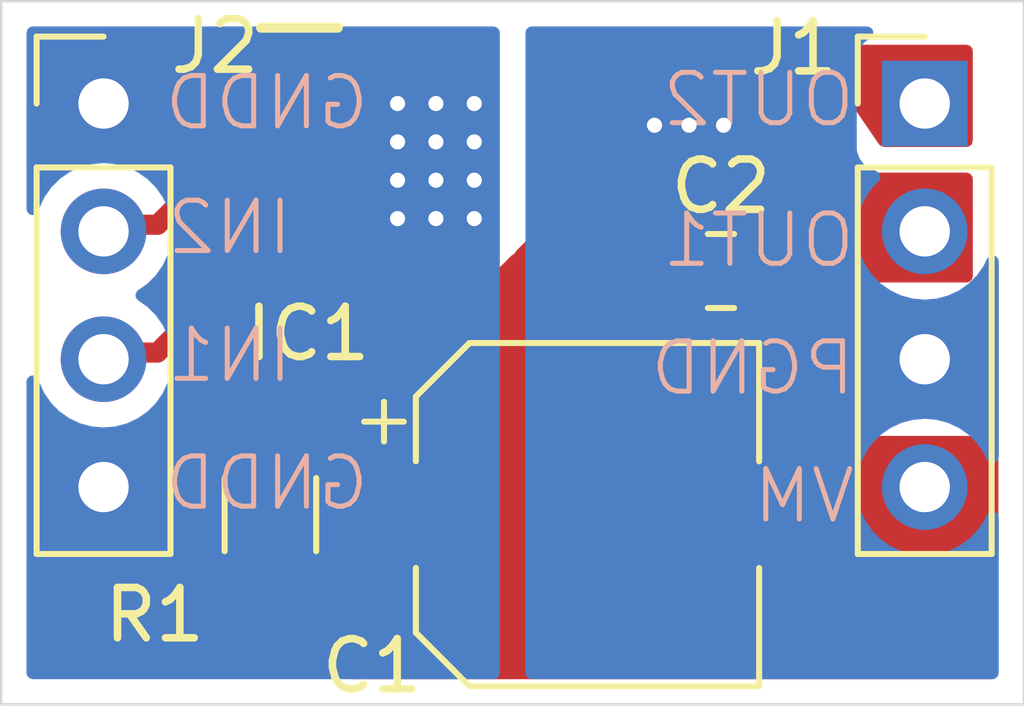
<source format=kicad_pcb>
(kicad_pcb (version 20240108) (generator "pcbnew") (generator_version "8.0")
  (title_block (title "Model Train Control - HBridge") (date "2024-03-02") (rev "1"))
  (layers (0 "F.Cu" signal) (31 "B.Cu" signal) (34 "B.Paste" user) (35 "F.Paste" user) (36 "B.SilkS" user "B.Silkscreen") (37 "F.SilkS" user "F.Silkscreen") (38 "B.Mask" user) (39 "F.Mask" user) (44 "Edge.Cuts" user))
  (net 0 "")
  (net 1 "VM")
  (net 2 "PGND")
  (net 3 "IN1")
  (net 4 "IN2")
  (net 5 "GNDD")
  (net 6 "OUT1")
  (net 7 "Net-(IC1-ILIM)")
  (net 8 "OUT2")
  (footprint "Capacitor_SMD:C_0805_2012Metric_Pad1.18x1.45mm_HandSolder" (layer "F.Cu") (at 87.4522 56.6674)
    (property "Reference" "C2" (at 0 -1.68 0) (layer "F.SilkS"))
    (property "Value" "0.1uF, 50V" (hide yes))
    (fp_line (start -0.261252 -0.735) (end 0.261252 -0.735) (stroke (width 0.12)) (layer "F.SilkS"))
    (fp_line (start -0.261252 0.735) (end 0.261252 0.735) (stroke (width 0.12)) (layer "F.SilkS"))
    (pad "1" smd roundrect (at -1.0375 0) (size 1.175 1.45) (layers "F.Cu" "F.Paste" "F.Mask") (roundrect_rratio 0.212766) (net 1 "VM"))
    (pad "2" smd roundrect (at 1.0375 0) (size 1.175 1.45) (layers "F.Cu" "F.Paste" "F.Mask") (roundrect_rratio 0.212766) (net 2 "PGND"))
  )
  (footprint "Resistor_SMD:R_1206_3216Metric_Pad1.30x1.75mm_HandSolder" (layer "F.Cu") (at 78.5 61.508 -90)
    (property "Reference" "R1" (at 1.991999 2.299999 180) (layer "F.SilkS"))
    (property "Value" "30k" (hide yes))
    (fp_line (start -0.727064 0.91) (end 0.727064 0.91) (stroke (width 0.12)) (layer "F.SilkS"))
    (fp_line (start -0.727064 -0.91) (end 0.727064 -0.91) (stroke (width 0.12)) (layer "F.SilkS"))
    (pad "1" smd roundrect (at -1.55 0 270) (size 1.3 1.75) (layers "F.Cu" "F.Paste" "F.Mask") (roundrect_rratio 0.192308) (net 7 "Net-(IC1-ILIM)"))
    (pad "2" smd roundrect (at 1.55 0 270) (size 1.3 1.75) (layers "F.Cu" "F.Paste" "F.Mask") (roundrect_rratio 0.192308) (net 5 "GNDD"))
  )
  (footprint "Connector_PinHeader_2.54mm:PinHeader_1x04_P2.54mm_Vertical" (layer "F.Cu") (at 75.184 53.34)
    (property "Reference" "J2" (at 2.216 -1.138 0) (layer "F.SilkS"))
    (property "Value" "Conn_01x04" (hide yes))
    (fp_line (start -1.33 -1.33) (end 0 -1.33) (stroke (width 0.12)) (layer "F.SilkS"))
    (fp_line (start -1.33 0) (end -1.33 -1.33) (stroke (width 0.12)) (layer "F.SilkS"))
    (fp_line (start -1.33 1.27) (end -1.33 8.95) (stroke (width 0.12)) (layer "F.SilkS"))
    (fp_line (start -1.33 1.27) (end 1.33 1.27) (stroke (width 0.12)) (layer "F.SilkS"))
    (fp_line (start -1.33 8.95) (end 1.33 8.95) (stroke (width 0.12)) (layer "F.SilkS"))
    (fp_line (start 1.33 1.27) (end 1.33 8.95) (stroke (width 0.12)) (layer "F.SilkS"))
    (pad "1" thru_hole rect (at 0 0) (size 1.7 1.7) (drill 1) (layers "*.Cu" "*.Mask") (net 5 "GNDD"))
    (pad "2" thru_hole oval (at 0 2.54) (size 1.7 1.7) (drill 1) (layers "*.Cu" "*.Mask") (net 4 "IN2"))
    (pad "3" thru_hole oval (at 0 5.08) (size 1.7 1.7) (drill 1) (layers "*.Cu" "*.Mask") (net 3 "IN1"))
    (pad "4" thru_hole oval (at 0 7.62) (size 1.7 1.7) (drill 1) (layers "*.Cu" "*.Mask") (net 5 "GNDD"))
  )
  (footprint "Capacitor_SMD:CP_Elec_6.3x7.7" (layer "F.Cu") (at 84.8 61.508)
    (property "Reference" "C1" (at -4.282 3.008 0) (layer "F.SilkS"))
    (property "Value" "22uF, 63V" (hide yes))
    (fp_line (start -4.4375 -1.8475) (end -3.65 -1.8475) (stroke (width 0.12)) (layer "F.SilkS"))
    (fp_line (start -4.04375 -2.24125) (end -4.04375 -1.45375) (stroke (width 0.12)) (layer "F.SilkS"))
    (fp_line (start -3.41 -2.345563) (end -3.41 -1.06) (stroke (width 0.12)) (layer "F.SilkS"))
    (fp_line (start -3.41 -2.345563) (end -2.345563 -3.41) (stroke (width 0.12)) (layer "F.SilkS"))
    (fp_line (start -3.41 2.345563) (end -3.41 1.06) (stroke (width 0.12)) (layer "F.SilkS"))
    (fp_line (start -3.41 2.345563) (end -2.345563 3.41) (stroke (width 0.12)) (layer "F.SilkS"))
    (fp_line (start -2.345563 -3.41) (end 3.41 -3.41) (stroke (width 0.12)) (layer "F.SilkS"))
    (fp_line (start -2.345563 3.41) (end 3.41 3.41) (stroke (width 0.12)) (layer "F.SilkS"))
    (fp_line (start 3.41 -3.41) (end 3.41 -1.06) (stroke (width 0.12)) (layer "F.SilkS"))
    (fp_line (start 3.41 3.41) (end 3.41 1.06) (stroke (width 0.12)) (layer "F.SilkS"))
    (pad "1" smd roundrect (at -2.7 0) (size 3.5 1.6) (layers "F.Cu" "F.Paste" "F.Mask") (roundrect_rratio 0.15625) (net 1 "VM"))
    (pad "2" smd roundrect (at 2.7 0) (size 3.5 1.6) (layers "F.Cu" "F.Paste" "F.Mask") (roundrect_rratio 0.15625) (net 2 "PGND"))
  )
  (footprint "Connector_PinHeader_2.54mm:PinHeader_1x04_P2.54mm_Vertical" (layer "F.Cu") (at 91.5 53.34)
    (property "Reference" "J1" (at -2.6 -1.104 0) (layer "F.SilkS"))
    (property "Value" "Conn_01x04" (hide yes))
    (fp_line (start -1.33 -1.33) (end 0 -1.33) (stroke (width 0.12)) (layer "F.SilkS"))
    (fp_line (start -1.33 0) (end -1.33 -1.33) (stroke (width 0.12)) (layer "F.SilkS"))
    (fp_line (start -1.33 1.27) (end -1.33 8.95) (stroke (width 0.12)) (layer "F.SilkS"))
    (fp_line (start -1.33 1.27) (end 1.33 1.27) (stroke (width 0.12)) (layer "F.SilkS"))
    (fp_line (start -1.33 8.95) (end 1.33 8.95) (stroke (width 0.12)) (layer "F.SilkS"))
    (fp_line (start 1.33 1.27) (end 1.33 8.95) (stroke (width 0.12)) (layer "F.SilkS"))
    (pad "1" thru_hole rect (at 0 0) (size 1.7 1.7) (drill 1) (layers "*.Cu" "*.Mask") (net 8 "OUT2"))
    (pad "2" thru_hole oval (at 0 2.54) (size 1.7 1.7) (drill 1) (layers "*.Cu" "*.Mask") (net 6 "OUT1"))
    (pad "3" thru_hole oval (at 0 5.08) (size 1.7 1.7) (drill 1) (layers "*.Cu" "*.Mask") (net 2 "PGND"))
    (pad "4" thru_hole oval (at 0 7.62) (size 1.7 1.7) (drill 1) (layers "*.Cu" "*.Mask") (net 1 "VM"))
  )
  (footprint "DRV8871DDA:SOIC127P600X170-9N" (layer "F.Cu") (at 81.788 54.413)
    (property "Reference" "IC1" (at -2.54 3.499 0) (layer "F.SilkS"))
    (property "Value" "DRV8871DDA" (hide yes))
    (fp_line (start -3.475 -2.58) (end -1.95 -2.58) (stroke (width 0.2)) (layer "F.SilkS"))
    (pad "1" smd rect (at -2.712 -1.905 90) (size 0.65 1.525) (layers "F.Cu" "F.Paste" "F.Mask") (net 5 "GNDD"))
    (pad "2" smd rect (at -2.712 -0.635 90) (size 0.65 1.525) (layers "F.Cu" "F.Paste" "F.Mask") (net 4 "IN2"))
    (pad "3" smd rect (at -2.712 0.635 90) (size 0.65 1.525) (layers "F.Cu" "F.Paste" "F.Mask") (net 3 "IN1"))
    (pad "4" smd rect (at -2.712 1.905 90) (size 0.65 1.525) (layers "F.Cu" "F.Paste" "F.Mask") (net 7 "Net-(IC1-ILIM)"))
    (pad "5" smd rect (at 2.712 1.905 90) (size 0.65 1.525) (layers "F.Cu" "F.Paste" "F.Mask") (net 1 "VM"))
    (pad "6" smd rect (at 2.712 0.635 90) (size 0.65 1.525) (layers "F.Cu" "F.Paste" "F.Mask") (net 6 "OUT1"))
    (pad "7" smd rect (at 2.712 -0.635 90) (size 0.65 1.525) (layers "F.Cu" "F.Paste" "F.Mask") (net 2 "PGND"))
    (pad "8" smd rect (at 2.712 -1.905 90) (size 0.65 1.525) (layers "F.Cu" "F.Paste" "F.Mask") (net 8 "OUT2"))
    (pad "9" smd rect (at 0 0) (size 2.4 3.1) (layers "F.Cu" "F.Paste" "F.Mask") (net 5 "GNDD"))
  )
  (gr_line (start 73.152 65.278) (end 93.472 65.278) (stroke (width 0.05)) (layer "Edge.Cuts"))
  (gr_line (start 73.152 51.308) (end 73.152 65.278) (stroke (width 0.05)) (layer "Edge.Cuts"))
  (gr_line (start 93.472 51.308) (end 73.152 51.308) (stroke (width 0.05)) (layer "Edge.Cuts"))
  (gr_line (start 93.472 65.278) (end 93.472 51.308) (stroke (width 0.05)) (layer "Edge.Cuts"))
  (gr_text "IN2" (at 78.994 56.388 0) (layer "B.SilkS") (effects (font (size 1 1) (thickness 0.1)) (justify left bottom mirror)))
  (gr_text "OUT1" (at 90.17 56.642 0) (layer "B.SilkS") (effects (font (size 1 1) (thickness 0.1)) (justify left bottom mirror)))
  (gr_text "OUT2" (at 90.17 53.848 0) (layer "B.SilkS") (effects (font (size 1 1) (thickness 0.1)) (justify left bottom mirror)))
  (gr_text "GNDD" (at 80.518 61.468 0) (layer "B.SilkS") (effects (font (size 1 1) (thickness 0.1)) (justify left bottom mirror)))
  (gr_text "GNDD" (at 80.518 53.910999 0) (layer "B.SilkS") (effects (font (size 1 1) (thickness 0.1)) (justify left bottom mirror)))
  (gr_text "VM" (at 90.17 61.722 0) (layer "B.SilkS") (effects (font (size 1 1) (thickness 0.1)) (justify left bottom mirror)))
  (gr_text "IN1" (at 78.994 58.928 0) (layer "B.SilkS") (effects (font (size 1 1) (thickness 0.1)) (justify left bottom mirror)))
  (gr_text "PGND" (at 90.17 59.182 0) (layer "B.SilkS") (effects (font (size 1 1) (thickness 0.1)) (justify left bottom mirror)))
  (segment (start 82.1 61.008) (end 84.5 58.608) (width 0.2) (layer "F.Cu") (net 1))
  (segment (start 83.058 64.008) (end 82.1 63.05) (width 0.2) (layer "F.Cu") (net 1))
  (segment (start 91.5 63.186) (end 90.678 64.008) (width 0.2) (layer "F.Cu") (net 1))
  (segment (start 91.5 61.048) (end 91.5 63.186) (width 0.2) (layer "F.Cu") (net 1))
  (segment (start 90.678 64.008) (end 83.058 64.008) (width 0.2) (layer "F.Cu") (net 1))
  (segment (start 84.5 58.608) (end 84.5 56.318) (width 0.2) (layer "F.Cu") (net 1))
  (segment (start 84.5 56.318) (end 86.1525 56.318) (width 0.2) (layer "F.Cu") (net 1))
  (segment (start 82.1 63.05) (end 82.1 61.508) (width 0.2) (layer "F.Cu") (net 1))
  (segment (start 86.1314 53.7718) (end 86.1252 53.778) (width 0.2) (layer "F.Cu") (net 2))
  (segment (start 86.1252 53.778) (end 84.5 53.778) (width 0.2) (layer "F.Cu") (net 2))
  (via (at 86.8172 53.7718) (size 0.6) (drill 0.3) (layers "F.Cu" "B.Cu") (net 2))
  (via (at 87.503 53.7718) (size 0.6) (drill 0.3) (layers "F.Cu" "B.Cu") (net 2))
  (via (at 86.1314 53.7718) (size 0.6) (drill 0.3) (layers "F.Cu" "B.Cu") (net 2))
  (segment (start 75 58.288) (end 76.2558 58.288) (width 0.4) (layer "F.Cu") (net 3))
  (segment (start 78.6385 55.048) (end 79.076 55.048) (width 0.2) (layer "F.Cu") (net 3))
  (segment (start 76.2558 58.288) (end 76.835 57.7088) (width 0.4) (layer "F.Cu") (net 3))
  (segment (start 78.0226 55.048) (end 78.6385 55.048) (width 0.4) (layer "F.Cu") (net 3))
  (segment (start 76.835 57.7088) (end 76.835 56.2356) (width 0.4) (layer "F.Cu") (net 3))
  (segment (start 76.835 56.2356) (end 78.0226 55.048) (width 0.4) (layer "F.Cu") (net 3))
  (segment (start 75 55.748) (end 76.26 55.748) (width 0.4) (layer "F.Cu") (net 4))
  (segment (start 78.23 53.778) (end 79.076 53.778) (width 0.4) (layer "F.Cu") (net 4))
  (segment (start 76.26 55.748) (end 78.23 53.778) (width 0.4) (layer "F.Cu") (net 4))
  (segment (start 77.23 63.058) (end 78.5 63.058) (width 0.4) (layer "F.Cu") (net 5))
  (segment (start 75.832 52.508) (end 75 53.34) (width 0.2) (layer "F.Cu") (net 5))
  (segment (start 75 60.828) (end 77.23 63.058) (width 0.4) (layer "F.Cu") (net 5))
  (segment (start 79.076 52.508) (end 75.832 52.508) (width 0.2) (layer "F.Cu") (net 5))
  (via (at 81.026 54.102) (size 0.6) (drill 0.3) (layers "F.Cu" "B.Cu") (net 5))
  (via (at 81.788 54.864) (size 0.6) (drill 0.3) (layers "F.Cu" "B.Cu") (net 5))
  (via (at 82.55 54.864) (size 0.6) (drill 0.3) (layers "F.Cu" "B.Cu") (net 5))
  (via (at 81.788 55.626) (size 0.6) (drill 0.3) (layers "F.Cu" "B.Cu") (net 5))
  (via (at 81.788 54.102) (size 0.6) (drill 0.3) (layers "F.Cu" "B.Cu") (net 5))
  (via (at 82.55 54.102) (size 0.6) (drill 0.3) (layers "F.Cu" "B.Cu") (net 5))
  (via (at 82.55 53.34) (size 0.6) (drill 0.3) (layers "F.Cu" "B.Cu") (net 5))
  (via (at 81.026 54.864) (size 0.6) (drill 0.3) (layers "F.Cu" "B.Cu") (net 5))
  (via (at 81.026 53.34) (size 0.6) (drill 0.3) (layers "F.Cu" "B.Cu") (net 5))
  (via (at 81.788 53.34) (size 0.6) (drill 0.3) (layers "F.Cu" "B.Cu") (net 5))
  (via (at 81.026 55.626) (size 0.6) (drill 0.3) (layers "F.Cu" "B.Cu") (net 5))
  (via (at 82.55 55.626) (size 0.6) (drill 0.3) (layers "F.Cu" "B.Cu") (net 5))
  (segment (start 91.5 55.968) (end 90.54 55.008) (width 0.2) (layer "F.Cu") (net 6))
  (segment (start 90.54 55.008) (end 84.54 55.008) (width 0.2) (layer "F.Cu") (net 6))
  (segment (start 84.54 55.008) (end 84.5 55.048) (width 0.2) (layer "F.Cu") (net 6))
  (segment (start 78.5 56.894) (end 79.076 56.318) (width 0.4) (layer "F.Cu") (net 7))
  (segment (start 78.5 59.958) (end 78.5 56.894) (width 0.4) (layer "F.Cu") (net 7))
  (segment (start 91.5 53.428) (end 90.58 52.508) (width 0.2) (layer "F.Cu") (net 8))
  (segment (start 90.58 52.508) (end 84.5 52.508) (width 0.2) (layer "F.Cu") (net 8))
  (zone (net 2) (net_name "PGND") (layer "F.Cu") (connect_pads yes (clearance 0.5)) (min_thickness 0.25) (fill yes (thermal_gap 0.5) (thermal_bridge_width 0.5))
    (polygon (pts (xy 88.0872 55.9054) (xy 87.884 56.0832) (xy 87.884 59.6392) (xy 87.7316 59.817) (xy 85.7758 59.817) (xy 85.598 60.0456) (xy 85.598 62.484) (xy 85.852 62.738) (xy 89.408 62.738) (xy 89.662 62.484) (xy 89.662 59.69) (xy 89.916 59.436) (xy 92.456 59.436) (xy 92.456 57.5564) (xy 89.281 57.5564) (xy 89.1032 57.404) (xy 89.1032 56.0578) (xy 88.9508 55.9054)))
  )
  (zone (net 1) (net_name "VM") (layer "F.Cu") (priority 4) (connect_pads yes (clearance 0.5)) (min_thickness 0.25) (fill yes (thermal_gap 0.5) (thermal_bridge_width 0.5))
    (polygon (pts (xy 87.0204 57.404) (xy 87.0204 55.9308) (xy 83.7184 55.9308) (xy 80.01 59.6392) (xy 80.01 65.278) (xy 92.964 65.278) (xy 92.964 59.944) (xy 90.424 59.944) (xy 90.17 60.198) (xy 90.17 62.738) (xy 89.662 63.246) (xy 85.852 63.246) (xy 85.09 62.484) (xy 85.09 58.166) (xy 85.598 57.658) (xy 86.7664 57.658)))
  )
  (zone (net 8) (net_name "OUT2") (layer "F.Cu") (priority 3) (connect_pads yes (clearance 0.5)) (min_thickness 0.25) (fill yes (thermal_gap 0.5) (thermal_bridge_width 0.5))
    (polygon (pts (xy 92.456 54.2036) (xy 92.456 52.1716) (xy 83.7184 52.1716) (xy 83.7184 52.832) (xy 89.6874 52.832) (xy 90.6272 54.2036)))
  )
  (zone (net 5) (net_name "GNDD") (layer "F.Cu") (priority 9) (connect_pads yes (clearance 0.5)) (min_thickness 0.25) (fill yes (thermal_gap 0.5) (thermal_bridge_width 0.5))
    (polygon (pts (xy 74.3204 64.77) (xy 79.375 64.77) (xy 79.375 62.4078) (xy 77.3684 62.4078) (xy 75.9206 60.0964) (xy 74.3204 60.0964)))
  )
  (zone (net 6) (net_name "OUT1") (layer "F.Cu") (priority 5) (connect_pads yes (clearance 0.5)) (min_thickness 0.25) (fill yes (thermal_gap 0.5) (thermal_bridge_width 0.5))
    (polygon (pts (xy 83.7184 55.372) (xy 89.408 55.372) (xy 89.662 55.626) (xy 89.662 56.642) (xy 89.916 56.896) (xy 92.456 56.896) (xy 92.456 54.7116) (xy 83.7184 54.7116)))
  )
  (zone (net 5) (net_name "GNDD") (layer "F.Cu") (priority 7) (connect_pads yes (clearance 0.5)) (min_thickness 0.25) (fill yes (thermal_gap 0.5) (thermal_bridge_width 0.5))
    (polygon (pts (xy 79.8576 52.1716) (xy 79.8576 52.8574) (xy 76.6572 52.8574) (xy 76.2254 53.2892) (xy 76.2254 54.229) (xy 74.295 54.229) (xy 74.295 52.1716)))
  )
  (zone (net 2) (net_name "PGND") (layer "F.Cu") (priority 6) (connect_pads yes (clearance 0.5)) (min_thickness 0.25) (fill yes (thermal_gap 0.5) (thermal_bridge_width 0.5))
    (polygon (pts (xy 83.7184 54.102) (xy 87.884 54.102) (xy 87.884 53.4416) (xy 83.7184 53.4416)))
  )
  (zone (net 7) (net_name "Net-(IC1-ILIM)") (layer "F.Cu") (priority 8) (connect_pads yes (clearance 0.5)) (min_thickness 0.25) (fill yes (thermal_gap 0.5) (thermal_bridge_width 0.5))
    (polygon (pts (xy 77.6224 56.6166) (xy 78.2828 55.9562) (xy 79.8576 55.9562) (xy 79.8576 56.6674) (xy 79.5782 56.6674) (xy 79.4004 56.8452) (xy 79.4004 59.2836) (xy 79.4004 60.6298) (xy 77.6224 60.6298)))
  )
  (zone (net 5) (net_name "GNDD") (layer "B.Cu") (priority 1) (connect_pads yes (clearance 0.5)) (min_thickness 0.25) (fill yes (thermal_gap 0.5) (thermal_bridge_width 0.5))
    (polygon (pts (xy 73.152 51.308) (xy 73.152 65.278) (xy 83.058 65.278) (xy 83.058 51.308)))
  )
  (zone (net 2) (net_name "PGND") (layer "B.Cu") (priority 2) (connect_pads yes (clearance 0.5)) (min_thickness 0.25) (fill yes (thermal_gap 0.5) (thermal_bridge_width 0.5))
    (polygon (pts (xy 83.566 51.308) (xy 93.472 51.308) (xy 93.472 65.278) (xy 83.566 65.278)))
  )
)
</source>
